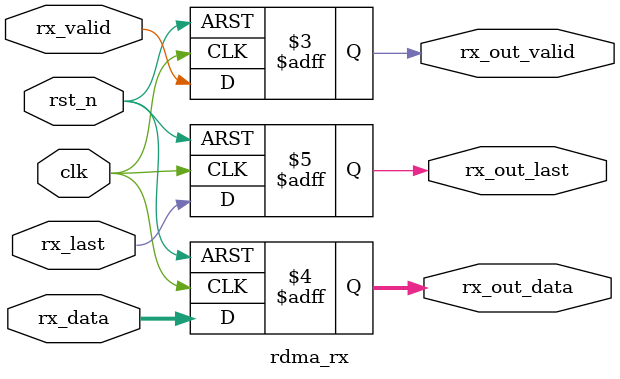
<source format=v>
module rdma_rx (
    input  wire        clk,
    input  wire        rst_n,

    input  wire        rx_valid,
    input  wire [63:0] rx_data,
    input  wire        rx_last,

    output reg         rx_out_valid,
    output reg  [63:0] rx_out_data,
    output reg         rx_out_last
);

always @(posedge clk or negedge rst_n) begin
    if (!rst_n) begin
        rx_out_valid <= 1'b0;
        rx_out_data  <= 64'd0;
        rx_out_last  <= 1'b0;
    end else begin
        rx_out_valid <= rx_valid;
        rx_out_data  <= rx_data;
        rx_out_last  <= rx_last;
    end
end

endmodule

</source>
